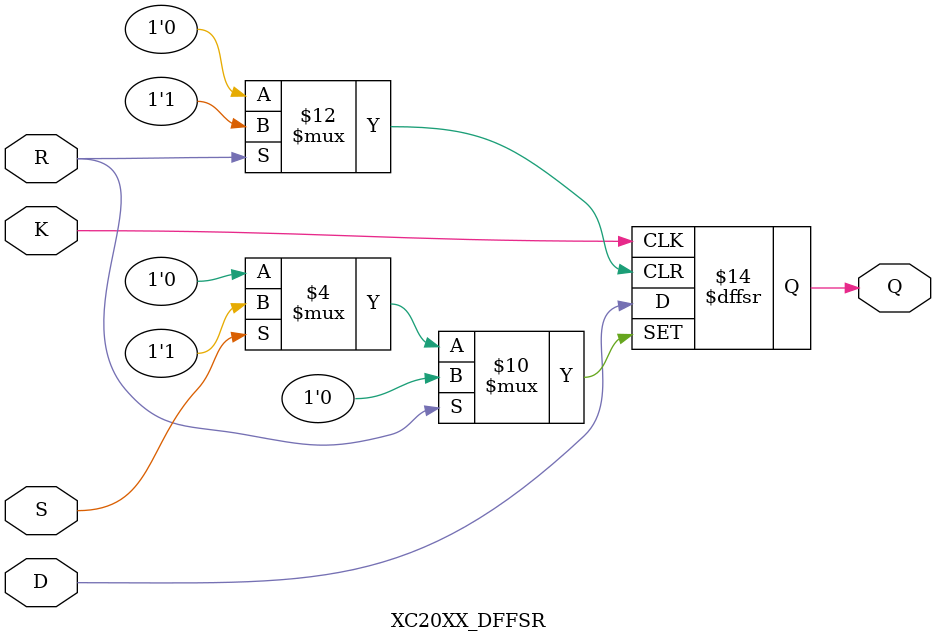
<source format=v>
module XC20XX_DFFSR(
    D, S, R, // INPUTS
    K, // CLK
    Q // OUTPUTS
);

    input wire D;
    input wire S;
    input wire R;
    input wire K;

    output reg Q;

    // Internally the "DFFSR" is implemented as two D-latches back-to-back.
    // S and R are level based on the D-latches, but the back-to-back
    // implementation causes S and R to be edge triggered from Q's
    // point-of-view (as in, "only deasserts on clock edge").
    always @(posedge K, posedge S, posedge R) begin
        if(R) begin
            Q <= 0;
        end else if(S) begin
            Q <= 1;
        end else begin
            Q <= D;
        end
    end
endmodule

</source>
